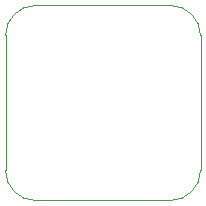
<source format=gbr>
%TF.GenerationSoftware,KiCad,Pcbnew,7.0.1*%
%TF.CreationDate,2023-07-19T22:53:25+03:00*%
%TF.ProjectId,korry-led-pcb,6b6f7272-792d-46c6-9564-2d7063622e6b,rev?*%
%TF.SameCoordinates,Original*%
%TF.FileFunction,Profile,NP*%
%FSLAX46Y46*%
G04 Gerber Fmt 4.6, Leading zero omitted, Abs format (unit mm)*
G04 Created by KiCad (PCBNEW 7.0.1) date 2023-07-19 22:53:25*
%MOMM*%
%LPD*%
G01*
G04 APERTURE LIST*
%TA.AperFunction,Profile*%
%ADD10C,0.100000*%
%TD*%
G04 APERTURE END LIST*
D10*
X104775000Y-102235000D02*
X116205000Y-102235000D01*
X102235000Y-104775000D02*
X102235000Y-116205000D01*
X118745000Y-116205000D02*
X118745000Y-104775000D01*
X104775000Y-118745000D02*
X116205000Y-118745000D01*
X102235000Y-116205000D02*
G75*
G03*
X104775000Y-118745000I2540000J0D01*
G01*
X116205000Y-118745000D02*
G75*
G03*
X118745000Y-116205000I0J2540000D01*
G01*
X118745000Y-104775000D02*
G75*
G03*
X116205000Y-102235000I-2540000J0D01*
G01*
X104775000Y-102235000D02*
G75*
G03*
X102235000Y-104775000I0J-2540000D01*
G01*
M02*

</source>
